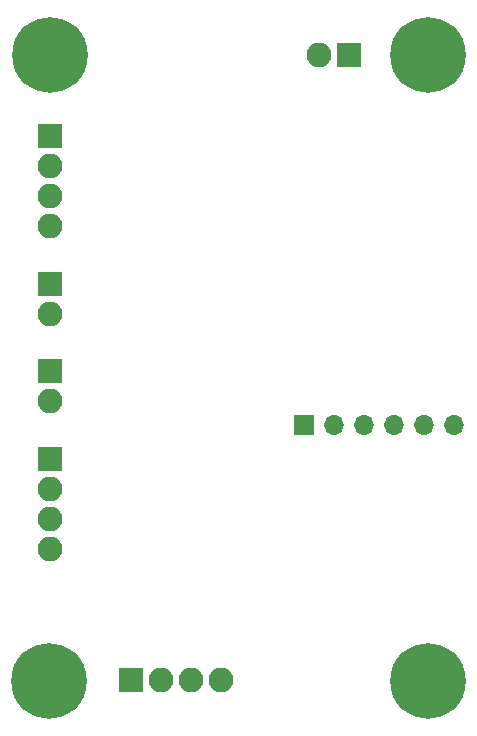
<source format=gbr>
%TF.GenerationSoftware,KiCad,Pcbnew,(6.0.7)*%
%TF.CreationDate,2025-03-15T16:29:39+08:00*%
%TF.ProjectId,solar_tracer,736f6c61-725f-4747-9261-6365722e6b69,1*%
%TF.SameCoordinates,PX6979f40PY7be1de0*%
%TF.FileFunction,Soldermask,Bot*%
%TF.FilePolarity,Negative*%
%FSLAX46Y46*%
G04 Gerber Fmt 4.6, Leading zero omitted, Abs format (unit mm)*
G04 Created by KiCad (PCBNEW (6.0.7)) date 2025-03-15 16:29:39*
%MOMM*%
%LPD*%
G01*
G04 APERTURE LIST*
%ADD10C,0.800000*%
%ADD11C,6.400000*%
%ADD12O,2.100000X2.100000*%
%ADD13R,2.100000X2.100000*%
%ADD14O,1.700000X1.700000*%
%ADD15R,1.700000X1.700000*%
G04 APERTURE END LIST*
D10*
%TO.C,H4*%
X33600000Y57000000D03*
X34302944Y55302944D03*
X34302944Y58697056D03*
X36000000Y54600000D03*
D11*
X36000000Y57000000D03*
D10*
X38400000Y57000000D03*
X37697056Y58697056D03*
X37697056Y55302944D03*
X36000000Y59400000D03*
%TD*%
%TO.C,H1*%
X1600000Y57000000D03*
X2302944Y55302944D03*
X2302944Y58697056D03*
X4000000Y54600000D03*
D11*
X4000000Y57000000D03*
D10*
X6400000Y57000000D03*
X5697056Y58697056D03*
X5697056Y55302944D03*
X4000000Y59400000D03*
%TD*%
D12*
%TO.C,J7*%
X4000000Y27663750D03*
D13*
X4000000Y30203750D03*
%TD*%
D12*
%TO.C,J6*%
X4004000Y15175000D03*
X4004000Y17715000D03*
X4004000Y20255000D03*
D13*
X4004000Y22795000D03*
%TD*%
D12*
%TO.C,J5*%
X4000000Y35072500D03*
D13*
X4000000Y37612500D03*
%TD*%
D12*
%TO.C,J4*%
X4004000Y42481250D03*
X4004000Y45021250D03*
X4004000Y47561250D03*
D13*
X4004000Y50101250D03*
%TD*%
D12*
%TO.C,J3*%
X26797000Y57012000D03*
D13*
X29337000Y57012000D03*
%TD*%
D12*
%TO.C,J2*%
X18542000Y4053000D03*
X16002000Y4053000D03*
X13462000Y4053000D03*
D13*
X10922000Y4053000D03*
%TD*%
D14*
%TO.C,J1*%
X38227000Y25643000D03*
X35687000Y25643000D03*
X33147000Y25643000D03*
X30607000Y25643000D03*
X28067000Y25643000D03*
D15*
X25527000Y25643000D03*
%TD*%
D10*
%TO.C,H3*%
X33600000Y4000000D03*
X34302944Y2302944D03*
X34302944Y5697056D03*
X36000000Y1600000D03*
D11*
X36000000Y4000000D03*
D10*
X38400000Y4000000D03*
X37697056Y5697056D03*
X37697056Y2302944D03*
X36000000Y6400000D03*
%TD*%
%TO.C,H2*%
X1553500Y4000000D03*
X2256444Y2302944D03*
X2256444Y5697056D03*
X3953500Y1600000D03*
D11*
X3953500Y4000000D03*
D10*
X6353500Y4000000D03*
X5650556Y5697056D03*
X5650556Y2302944D03*
X3953500Y6400000D03*
%TD*%
M02*

</source>
